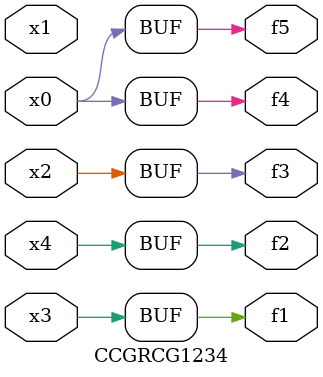
<source format=v>
module CCGRCG1234(
	input x0, x1, x2, x3, x4,
	output f1, f2, f3, f4, f5
);
	assign f1 = x3;
	assign f2 = x4;
	assign f3 = x2;
	assign f4 = x0;
	assign f5 = x0;
endmodule

</source>
